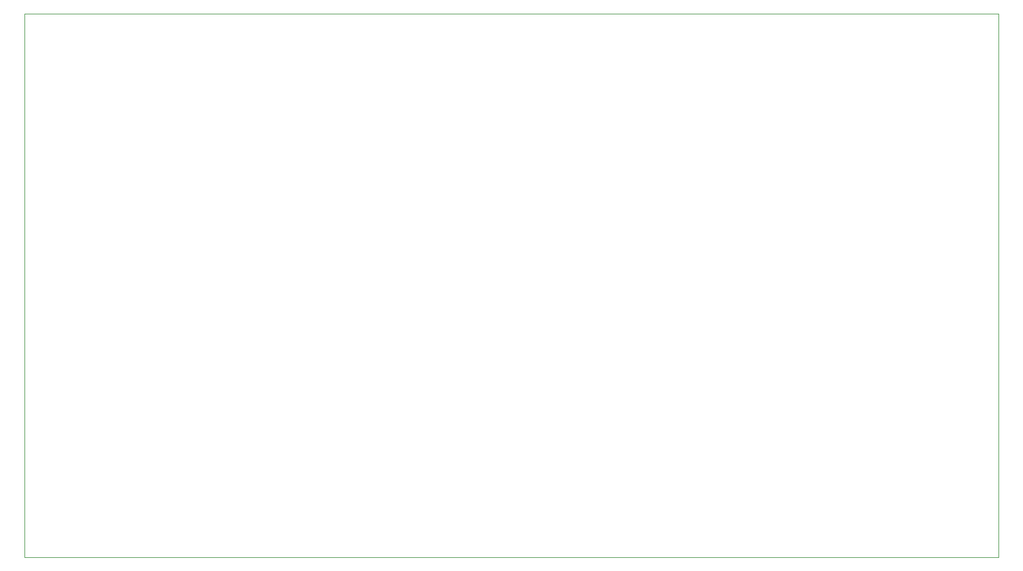
<source format=gbr>
%TF.GenerationSoftware,KiCad,Pcbnew,7.0.7*%
%TF.CreationDate,2023-10-10T01:29:58-06:00*%
%TF.ProjectId,USB_curve_tracer,5553425f-6375-4727-9665-5f7472616365,3*%
%TF.SameCoordinates,Original*%
%TF.FileFunction,Profile,NP*%
%FSLAX46Y46*%
G04 Gerber Fmt 4.6, Leading zero omitted, Abs format (unit mm)*
G04 Created by KiCad (PCBNEW 7.0.7) date 2023-10-10 01:29:58*
%MOMM*%
%LPD*%
G01*
G04 APERTURE LIST*
%TA.AperFunction,Profile*%
%ADD10C,0.100000*%
%TD*%
G04 APERTURE END LIST*
D10*
X210330000Y-139810000D02*
X210330000Y-62810000D01*
X72330000Y-62810000D02*
X72330000Y-139810000D01*
X72330000Y-62810000D02*
X210330000Y-62810000D01*
X72330000Y-139810000D02*
X210330000Y-139810000D01*
M02*

</source>
